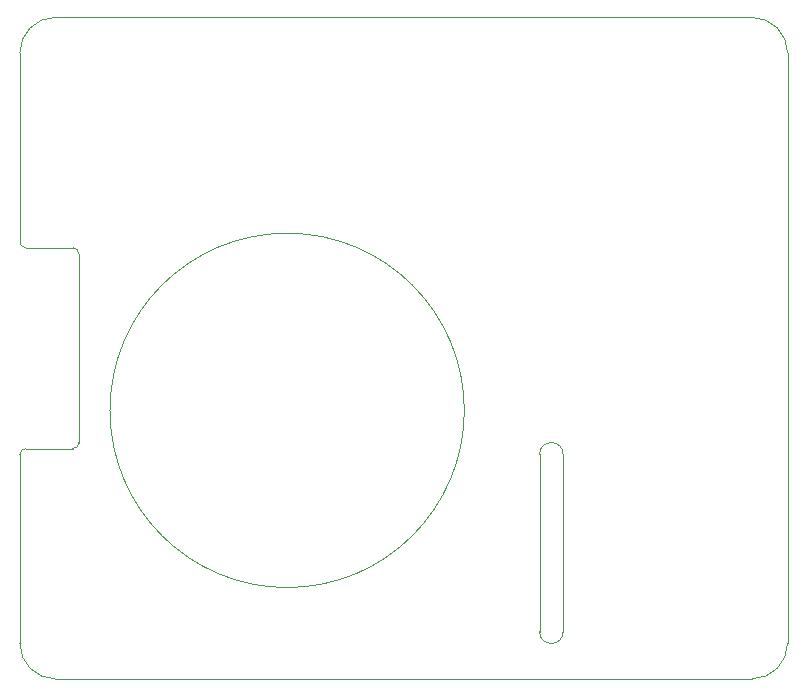
<source format=gm1>
G04 #@! TF.GenerationSoftware,KiCad,Pcbnew,(5.1.6-0-10_14)*
G04 #@! TF.CreationDate,2022-10-13T19:28:45-07:00*
G04 #@! TF.ProjectId,RaspberryPiProtoHat,52617370-6265-4727-9279-506950726f74,rev?*
G04 #@! TF.SameCoordinates,Original*
G04 #@! TF.FileFunction,Profile,NP*
%FSLAX46Y46*%
G04 Gerber Fmt 4.6, Leading zero omitted, Abs format (unit mm)*
G04 Created by KiCad (PCBNEW (5.1.6-0-10_14)) date 2022-10-13 19:28:45*
%MOMM*%
%LPD*%
G01*
G04 APERTURE LIST*
G04 #@! TA.AperFunction,Profile*
%ADD10C,0.100000*%
G04 #@! TD*
G04 APERTURE END LIST*
D10*
X200000000Y-97000000D02*
X200000000Y-113000000D01*
X262000000Y-150000000D02*
G75*
G03*
X265000000Y-147000000I0J3000000D01*
G01*
X203000000Y-150000000D02*
X262000000Y-150000000D01*
X237635000Y-127270000D02*
G75*
G03*
X237635000Y-127270000I-15000000J0D01*
G01*
X244000000Y-146000000D02*
X244000000Y-131000000D01*
X246000000Y-131000000D02*
X246000000Y-146000000D01*
X246000000Y-131000000D02*
G75*
G03*
X244000000Y-131000000I-1000000J0D01*
G01*
X244000000Y-146000000D02*
G75*
G03*
X246000000Y-146000000I1000000J0D01*
G01*
X200499127Y-130500001D02*
G75*
G03*
X200000000Y-131000000I873J-499999D01*
G01*
X204500000Y-130500000D02*
G75*
G03*
X205000000Y-130000000I0J500000D01*
G01*
X200000000Y-113000000D02*
G75*
G03*
X200500000Y-113500000I500000J0D01*
G01*
X205000000Y-114000000D02*
G75*
G03*
X204500000Y-113500000I-500000J0D01*
G01*
X265000000Y-97000000D02*
G75*
G03*
X262000000Y-94000000I-3000000J0D01*
G01*
X200000000Y-147000000D02*
G75*
G03*
X203000000Y-150000000I3000000J0D01*
G01*
X203000000Y-94000000D02*
G75*
G03*
X200000000Y-97000000I0J-3000000D01*
G01*
X262000000Y-94000000D02*
X203000000Y-94000000D01*
X204500000Y-130500000D02*
X200500000Y-130500000D01*
X205000000Y-114000000D02*
X205000000Y-130000000D01*
X200500000Y-113500000D02*
X204500000Y-113500000D01*
X265000000Y-147000000D02*
X265000000Y-97000000D01*
X200000000Y-131000000D02*
X200000000Y-147000000D01*
M02*

</source>
